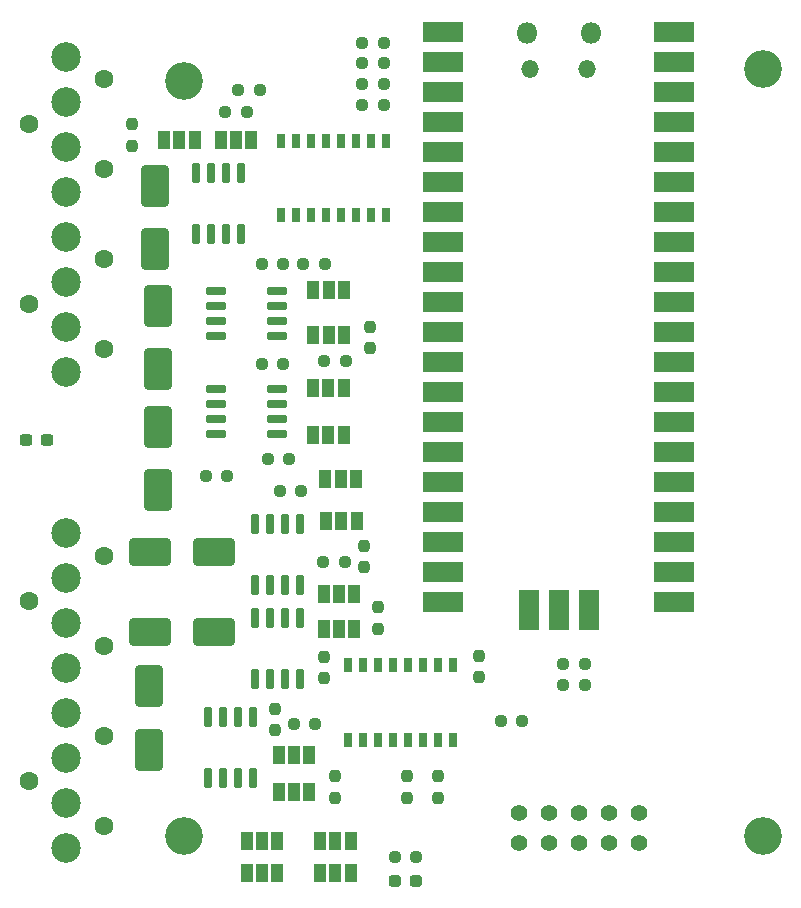
<source format=gts>
%TF.GenerationSoftware,KiCad,Pcbnew,7.0.5-7.0.5~ubuntu22.04.1*%
%TF.CreationDate,2023-07-07T22:55:56+02:00*%
%TF.ProjectId,door_if3_usb_machine,646f6f72-5f69-4663-935f-7573625f6d61,rev?*%
%TF.SameCoordinates,Original*%
%TF.FileFunction,Soldermask,Top*%
%TF.FilePolarity,Negative*%
%FSLAX46Y46*%
G04 Gerber Fmt 4.6, Leading zero omitted, Abs format (unit mm)*
G04 Created by KiCad (PCBNEW 7.0.5-7.0.5~ubuntu22.04.1) date 2023-07-07 22:55:56*
%MOMM*%
%LPD*%
G01*
G04 APERTURE LIST*
G04 Aperture macros list*
%AMRoundRect*
0 Rectangle with rounded corners*
0 $1 Rounding radius*
0 $2 $3 $4 $5 $6 $7 $8 $9 X,Y pos of 4 corners*
0 Add a 4 corners polygon primitive as box body*
4,1,4,$2,$3,$4,$5,$6,$7,$8,$9,$2,$3,0*
0 Add four circle primitives for the rounded corners*
1,1,$1+$1,$2,$3*
1,1,$1+$1,$4,$5*
1,1,$1+$1,$6,$7*
1,1,$1+$1,$8,$9*
0 Add four rect primitives between the rounded corners*
20,1,$1+$1,$2,$3,$4,$5,0*
20,1,$1+$1,$4,$5,$6,$7,0*
20,1,$1+$1,$6,$7,$8,$9,0*
20,1,$1+$1,$8,$9,$2,$3,0*%
G04 Aperture macros list end*
%ADD10C,1.600000*%
%ADD11C,2.500000*%
%ADD12RoundRect,0.237500X0.250000X0.237500X-0.250000X0.237500X-0.250000X-0.237500X0.250000X-0.237500X0*%
%ADD13RoundRect,0.250000X0.900000X-1.500000X0.900000X1.500000X-0.900000X1.500000X-0.900000X-1.500000X0*%
%ADD14RoundRect,0.237500X-0.250000X-0.237500X0.250000X-0.237500X0.250000X0.237500X-0.250000X0.237500X0*%
%ADD15C,3.200000*%
%ADD16C,1.422400*%
%ADD17RoundRect,0.250000X1.500000X0.900000X-1.500000X0.900000X-1.500000X-0.900000X1.500000X-0.900000X0*%
%ADD18R,1.000000X1.500000*%
%ADD19RoundRect,0.150000X0.725000X0.150000X-0.725000X0.150000X-0.725000X-0.150000X0.725000X-0.150000X0*%
%ADD20R,0.800000X1.300000*%
%ADD21RoundRect,0.237500X0.237500X-0.250000X0.237500X0.250000X-0.237500X0.250000X-0.237500X-0.250000X0*%
%ADD22RoundRect,0.237500X-0.237500X0.250000X-0.237500X-0.250000X0.237500X-0.250000X0.237500X0.250000X0*%
%ADD23RoundRect,0.150000X-0.150000X0.725000X-0.150000X-0.725000X0.150000X-0.725000X0.150000X0.725000X0*%
%ADD24RoundRect,0.237500X0.287500X0.237500X-0.287500X0.237500X-0.287500X-0.237500X0.287500X-0.237500X0*%
%ADD25RoundRect,0.237500X0.300000X0.237500X-0.300000X0.237500X-0.300000X-0.237500X0.300000X-0.237500X0*%
%ADD26RoundRect,0.250000X-0.900000X1.500000X-0.900000X-1.500000X0.900000X-1.500000X0.900000X1.500000X0*%
%ADD27RoundRect,0.150000X0.150000X-0.725000X0.150000X0.725000X-0.150000X0.725000X-0.150000X-0.725000X0*%
%ADD28O,1.800000X1.800000*%
%ADD29O,1.500000X1.500000*%
%ADD30R,3.500000X1.700000*%
%ADD31R,1.700000X3.500000*%
G04 APERTURE END LIST*
D10*
%TO.C,J3*%
X117175000Y-91765000D03*
X117175000Y-84145000D03*
X117175000Y-76525000D03*
X117175000Y-68905000D03*
X110825000Y-87955000D03*
X110825000Y-72715000D03*
D11*
X114000000Y-93670000D03*
X114000000Y-89860000D03*
X114000000Y-86050000D03*
X114000000Y-82240000D03*
X114000000Y-78430000D03*
X114000000Y-74620000D03*
X114000000Y-70810000D03*
X114000000Y-67000000D03*
%TD*%
D10*
%TO.C,J1*%
X117175000Y-132095000D03*
X117175000Y-124475000D03*
X117175000Y-116855000D03*
X117175000Y-109235000D03*
X110825000Y-128285000D03*
X110825000Y-113045000D03*
D11*
X114000000Y-134000000D03*
X114000000Y-130190000D03*
X114000000Y-126380000D03*
X114000000Y-122570000D03*
X114000000Y-118760000D03*
X114000000Y-114950000D03*
X114000000Y-111140000D03*
X114000000Y-107330000D03*
%TD*%
D12*
%TO.C,R3*%
X140912500Y-65800000D03*
X139087500Y-65800000D03*
%TD*%
%TO.C,R22*%
X137662500Y-92750000D03*
X135837500Y-92750000D03*
%TD*%
D13*
%TO.C,D8*%
X121000000Y-125700000D03*
X121000000Y-120300000D03*
%TD*%
D14*
%TO.C,R26*%
X131087500Y-101000000D03*
X132912500Y-101000000D03*
%TD*%
D15*
%TO.C,H4*%
X173000000Y-133000000D03*
%TD*%
D16*
%TO.C,J2*%
X162540000Y-131000000D03*
X162540000Y-133540000D03*
X160000000Y-131000000D03*
X160000000Y-133540000D03*
X157460000Y-131000000D03*
X157460000Y-133540000D03*
X154920000Y-131000000D03*
X154920000Y-133540000D03*
X152380000Y-131000000D03*
X152380000Y-133540000D03*
%TD*%
D17*
%TO.C,D12*%
X126500000Y-108900000D03*
X121100000Y-108900000D03*
%TD*%
D14*
%TO.C,R1*%
X141837500Y-134750000D03*
X143662500Y-134750000D03*
%TD*%
D18*
%TO.C,JP1*%
X122300000Y-74000000D03*
X123600000Y-74000000D03*
X124900000Y-74000000D03*
%TD*%
D12*
%TO.C,R4*%
X130412500Y-69800000D03*
X128587500Y-69800000D03*
%TD*%
D19*
%TO.C,Q1*%
X131825000Y-98905000D03*
X131825000Y-97635000D03*
X131825000Y-96365000D03*
X131825000Y-95095000D03*
X126675000Y-95095000D03*
X126675000Y-96365000D03*
X126675000Y-97635000D03*
X126675000Y-98905000D03*
%TD*%
D14*
%TO.C,R15*%
X132087500Y-103750000D03*
X133912500Y-103750000D03*
%TD*%
%TO.C,R16*%
X135787500Y-109800000D03*
X137612500Y-109800000D03*
%TD*%
D19*
%TO.C,Q2*%
X131825000Y-90655000D03*
X131825000Y-89385000D03*
X131825000Y-88115000D03*
X131825000Y-86845000D03*
X126675000Y-86845000D03*
X126675000Y-88115000D03*
X126675000Y-89385000D03*
X126675000Y-90655000D03*
%TD*%
D15*
%TO.C,H1*%
X124000000Y-69000000D03*
%TD*%
D20*
%TO.C,U2*%
X137880000Y-124800000D03*
X139160000Y-124800000D03*
X140420000Y-124800000D03*
X141690000Y-124800000D03*
X142970000Y-124800000D03*
X144240000Y-124800000D03*
X145500000Y-124800000D03*
X146780000Y-124800000D03*
X146780000Y-118500000D03*
X145500000Y-118500000D03*
X144240000Y-118500000D03*
X142970000Y-118500000D03*
X141690000Y-118500000D03*
X140420000Y-118500000D03*
X139160000Y-118500000D03*
X137880000Y-118500000D03*
%TD*%
D21*
%TO.C,R27*%
X139750000Y-91662500D03*
X139750000Y-89837500D03*
%TD*%
D22*
%TO.C,R24*%
X142900000Y-127887500D03*
X142900000Y-129712500D03*
%TD*%
D18*
%TO.C,JP8*%
X136000000Y-106250000D03*
X137300000Y-106250000D03*
X138600000Y-106250000D03*
%TD*%
D22*
%TO.C,R25*%
X145500000Y-127887500D03*
X145500000Y-129712500D03*
%TD*%
D12*
%TO.C,R17*%
X127662500Y-102500000D03*
X125837500Y-102500000D03*
%TD*%
D14*
%TO.C,R23*%
X134087500Y-84500000D03*
X135912500Y-84500000D03*
%TD*%
D12*
%TO.C,R5*%
X135112500Y-123500000D03*
X133287500Y-123500000D03*
%TD*%
D13*
%TO.C,D2*%
X121750000Y-103700000D03*
X121750000Y-98300000D03*
%TD*%
D17*
%TO.C,D10*%
X126500000Y-115700000D03*
X121100000Y-115700000D03*
%TD*%
D23*
%TO.C,Q5*%
X133805000Y-114525000D03*
X132535000Y-114525000D03*
X131265000Y-114525000D03*
X129995000Y-114525000D03*
X129995000Y-119675000D03*
X131265000Y-119675000D03*
X132535000Y-119675000D03*
X133805000Y-119675000D03*
%TD*%
D18*
%TO.C,JP18*%
X134900000Y-99000000D03*
X136200000Y-99000000D03*
X137500000Y-99000000D03*
%TD*%
D12*
%TO.C,R18*%
X140912500Y-67500000D03*
X139087500Y-67500000D03*
%TD*%
D21*
%TO.C,R14*%
X140400000Y-115412500D03*
X140400000Y-113587500D03*
%TD*%
D12*
%TO.C,R11*%
X152612500Y-123200000D03*
X150787500Y-123200000D03*
%TD*%
D23*
%TO.C,Q3*%
X128805000Y-76825000D03*
X127535000Y-76825000D03*
X126265000Y-76825000D03*
X124995000Y-76825000D03*
X124995000Y-81975000D03*
X126265000Y-81975000D03*
X127535000Y-81975000D03*
X128805000Y-81975000D03*
%TD*%
D15*
%TO.C,H2*%
X124000000Y-133000000D03*
%TD*%
D12*
%TO.C,R2*%
X140912500Y-71100000D03*
X139087500Y-71100000D03*
%TD*%
D22*
%TO.C,R8*%
X119600000Y-72687500D03*
X119600000Y-74512500D03*
%TD*%
D18*
%TO.C,JP5*%
X138400000Y-112442500D03*
X137100000Y-112442500D03*
X135800000Y-112442500D03*
%TD*%
%TO.C,JP19*%
X137550000Y-86750000D03*
X136250000Y-86750000D03*
X134950000Y-86750000D03*
%TD*%
D24*
%TO.C,D1*%
X143625000Y-136750000D03*
X141875000Y-136750000D03*
%TD*%
D22*
%TO.C,R10*%
X149000000Y-117687500D03*
X149000000Y-119512500D03*
%TD*%
D21*
%TO.C,R9*%
X131700000Y-124012500D03*
X131700000Y-122187500D03*
%TD*%
D12*
%TO.C,R20*%
X157912500Y-118400000D03*
X156087500Y-118400000D03*
%TD*%
D25*
%TO.C,C1*%
X112362500Y-99400000D03*
X110637500Y-99400000D03*
%TD*%
D26*
%TO.C,D6*%
X121500000Y-77900000D03*
X121500000Y-83300000D03*
%TD*%
D15*
%TO.C,H3*%
X173000000Y-68000000D03*
%TD*%
D18*
%TO.C,JP3*%
X134600000Y-126142500D03*
X133300000Y-126142500D03*
X132000000Y-126142500D03*
%TD*%
D20*
%TO.C,U4*%
X141100000Y-74100000D03*
X139820000Y-74100000D03*
X138560000Y-74100000D03*
X137290000Y-74100000D03*
X136010000Y-74100000D03*
X134740000Y-74100000D03*
X133480000Y-74100000D03*
X132200000Y-74100000D03*
X132200000Y-80400000D03*
X133480000Y-80400000D03*
X134740000Y-80400000D03*
X136010000Y-80400000D03*
X137290000Y-80400000D03*
X138560000Y-80400000D03*
X139820000Y-80400000D03*
X141100000Y-80400000D03*
%TD*%
D21*
%TO.C,R13*%
X139200000Y-110212500D03*
X139200000Y-108387500D03*
%TD*%
D18*
%TO.C,JP20*%
X134950000Y-90500000D03*
X136250000Y-90500000D03*
X137550000Y-90500000D03*
%TD*%
D27*
%TO.C,Q4*%
X125995000Y-128075000D03*
X127265000Y-128075000D03*
X128535000Y-128075000D03*
X129805000Y-128075000D03*
X129805000Y-122925000D03*
X128535000Y-122925000D03*
X127265000Y-122925000D03*
X125995000Y-122925000D03*
%TD*%
D12*
%TO.C,R19*%
X140912500Y-69250000D03*
X139087500Y-69250000D03*
%TD*%
D18*
%TO.C,JP4*%
X132000000Y-129200000D03*
X133300000Y-129200000D03*
X134600000Y-129200000D03*
%TD*%
D23*
%TO.C,Q6*%
X133805000Y-106525000D03*
X132535000Y-106525000D03*
X131265000Y-106525000D03*
X129995000Y-106525000D03*
X129995000Y-111675000D03*
X131265000Y-111675000D03*
X132535000Y-111675000D03*
X133805000Y-111675000D03*
%TD*%
D21*
%TO.C,R12*%
X135800000Y-119612500D03*
X135800000Y-117787500D03*
%TD*%
D18*
%TO.C,JP12*%
X138100000Y-136100000D03*
X136800000Y-136100000D03*
X135500000Y-136100000D03*
%TD*%
%TO.C,JP7*%
X138550000Y-102750000D03*
X137250000Y-102750000D03*
X135950000Y-102750000D03*
%TD*%
D12*
%TO.C,R6*%
X129312500Y-71700000D03*
X127487500Y-71700000D03*
%TD*%
D18*
%TO.C,JP9*%
X131900000Y-133400000D03*
X130600000Y-133400000D03*
X129300000Y-133400000D03*
%TD*%
D12*
%TO.C,R21*%
X157912500Y-120200000D03*
X156087500Y-120200000D03*
%TD*%
D18*
%TO.C,JP17*%
X137500000Y-95000000D03*
X136200000Y-95000000D03*
X134900000Y-95000000D03*
%TD*%
%TO.C,JP2*%
X127100000Y-74000000D03*
X128400000Y-74000000D03*
X129700000Y-74000000D03*
%TD*%
%TO.C,JP6*%
X135800000Y-115400000D03*
X137100000Y-115400000D03*
X138400000Y-115400000D03*
%TD*%
D12*
%TO.C,R28*%
X132412500Y-93000000D03*
X130587500Y-93000000D03*
%TD*%
D18*
%TO.C,JP11*%
X138100000Y-133400000D03*
X136800000Y-133400000D03*
X135500000Y-133400000D03*
%TD*%
D26*
%TO.C,D4*%
X121750000Y-88050000D03*
X121750000Y-93450000D03*
%TD*%
D12*
%TO.C,R29*%
X132412500Y-84500000D03*
X130587500Y-84500000D03*
%TD*%
D28*
%TO.C,U1*%
X153000000Y-65000000D03*
D29*
X153300000Y-68030000D03*
X158150000Y-68030000D03*
D28*
X158450000Y-65000000D03*
D30*
X145935000Y-64870000D03*
X145935000Y-67410000D03*
X145935000Y-69950000D03*
X145935000Y-72490000D03*
X145935000Y-75030000D03*
X145935000Y-77570000D03*
X145935000Y-80110000D03*
X145935000Y-82650000D03*
X145935000Y-85190000D03*
X145935000Y-87730000D03*
X145935000Y-90270000D03*
X145935000Y-92810000D03*
X145935000Y-95350000D03*
X145935000Y-97890000D03*
X145935000Y-100430000D03*
X145935000Y-102970000D03*
X145935000Y-105510000D03*
X145935000Y-108050000D03*
X145935000Y-110590000D03*
X145935000Y-113130000D03*
X165515000Y-113130000D03*
X165515000Y-110590000D03*
X165515000Y-108050000D03*
X165515000Y-105510000D03*
X165515000Y-102970000D03*
X165515000Y-100430000D03*
X165515000Y-97890000D03*
X165515000Y-95350000D03*
X165515000Y-92810000D03*
X165515000Y-90270000D03*
X165515000Y-87730000D03*
X165515000Y-85190000D03*
X165515000Y-82650000D03*
X165515000Y-80110000D03*
X165515000Y-77570000D03*
X165515000Y-75030000D03*
X165515000Y-72490000D03*
X165515000Y-69950000D03*
X165515000Y-67410000D03*
X165515000Y-64870000D03*
D31*
X153185000Y-113800000D03*
X155725000Y-113800000D03*
X158265000Y-113800000D03*
%TD*%
D22*
%TO.C,R7*%
X136800000Y-127887500D03*
X136800000Y-129712500D03*
%TD*%
D18*
%TO.C,JP10*%
X131900000Y-136100000D03*
X130600000Y-136100000D03*
X129300000Y-136100000D03*
%TD*%
M02*

</source>
